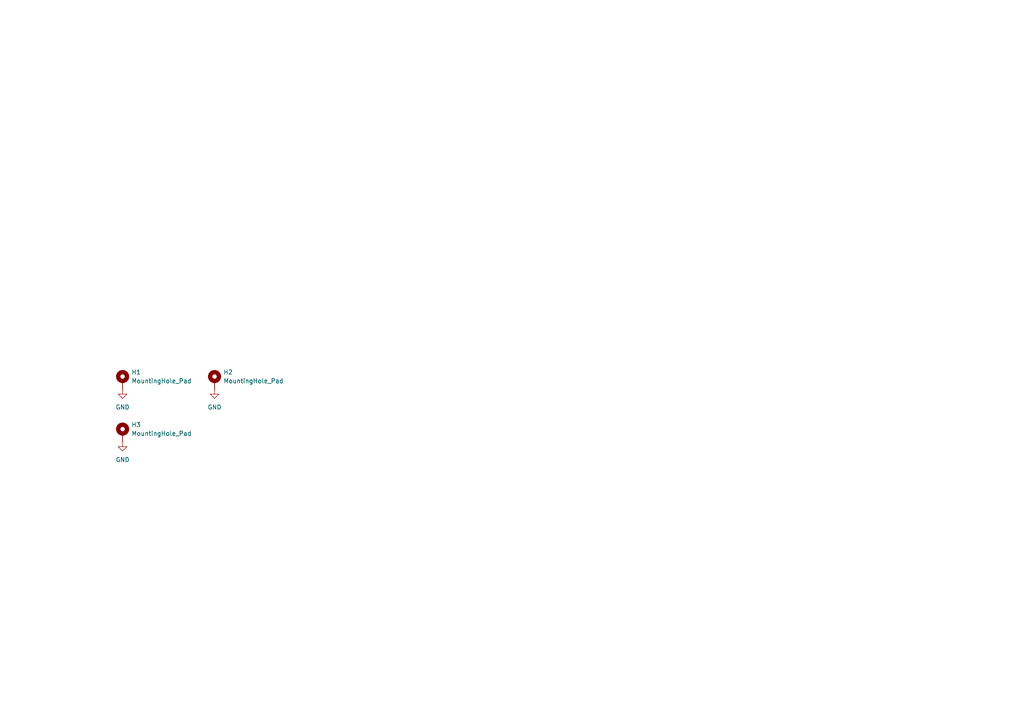
<source format=kicad_sch>
(kicad_sch (version 20230121) (generator eeschema)
  (paper "A4")
  (lib_symbols
    (symbol "Mechanical:MountingHole_Pad" (pin_numbers hide) (pin_names (offset 1.016) hide)
      (property "Reference" "H" (at 0 6.35 0))
      (property "Value" "MountingHole_Pad" (at 0 4.445 0))
      (symbol "MountingHole_Pad_0_1"
        (circle (center 0 1.27) (radius 1.27) (stroke (width 1.27)))
      )
      (symbol "MountingHole_Pad_1_1"
        (pin input line (at 0 -2.54 90) (length 2.54) (name "1") (number "1"))
      )
    )
    (symbol "power:GND" (power) (pin_names (offset 0))
      (property "Value" "GND" (at 0 -3.81 0))
      (symbol "GND_0_1"
        (polyline (pts (xy 0 0) (xy 0 -1.27) (xy 1.27 -1.27) (xy 0 -2.54) (xy -1.27 -1.27) (xy 0 -1.27)))
      )
      (symbol "GND_1_1"
        (pin power_in line (at 0 0 270) (length 0) hide (name "GND") (number "1"))
      )
    )
  )
  (symbol (lib_id "Mechanical:MountingHole_Pad") (at 35.56 110.49 0) (unit 1)
    (property "Reference" "H1" (at 38.1 107.95 0) (effects (justify left)))
    (property "Value" "MountingHole_Pad" (at 38.1 110.49 0) (effects (justify left)))
    (property "Footprint" "MountingHole:MountingHole_3.2mm_M3_ISO14580_Pad" (effects hide))
  )
  (symbol (lib_id "Mechanical:MountingHole_Pad") (at 62.23 110.49 0) (unit 1)
    (property "Reference" "H2" (at 64.77 107.95 0) (effects (justify left)))
    (property "Value" "MountingHole_Pad" (at 64.77 110.49 0) (effects (justify left)))
    (property "Footprint" "MountingHole:MountingHole_3.2mm_M3_ISO14580_Pad" (effects hide))
  )
  (symbol (lib_id "Mechanical:MountingHole_Pad") (at 35.56 125.73 0) (unit 1)
    (property "Reference" "H3" (at 38.1 123.19 0) (effects (justify left)))
    (property "Value" "MountingHole_Pad" (at 38.1 125.73 0) (effects (justify left)))
    (property "Footprint" "MountingHole:MountingHole_3.2mm_M3_ISO14580_Pad" (effects hide))
  )
  (symbol (lib_id "power:GND") (at 62.23 113.03 0) (unit 1)
    (property "Reference" "#PWR02" (effects hide))
    (property "Value" "GND" (at 62.23 118.11 0))
  )
  (symbol (lib_id "power:GND") (at 35.56 128.27 0) (unit 1)
    (property "Reference" "#PWR03" (effects hide))
    (property "Value" "GND" (at 35.56 133.35 0))
  )
  (symbol (lib_id "power:GND") (at 35.56 113.03 0) (unit 1)
    (property "Reference" "#PWR01" (effects hide))
    (property "Value" "GND" (at 35.56 118.11 0))
  )
)
</source>
